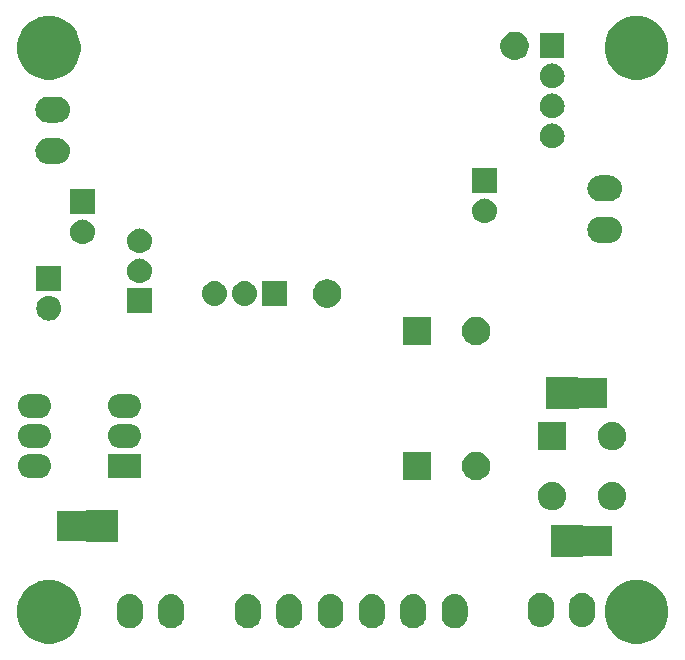
<source format=gbr>
%TF.GenerationSoftware,KiCad,Pcbnew,(5.1.2)-1*%
%TF.CreationDate,2019-05-07T13:27:01+02:00*%
%TF.ProjectId,nfc-door,6e66632d-646f-46f7-922e-6b696361645f,rev?*%
%TF.SameCoordinates,Original*%
%TF.FileFunction,Soldermask,Bot*%
%TF.FilePolarity,Negative*%
%FSLAX46Y46*%
G04 Gerber Fmt 4.6, Leading zero omitted, Abs format (unit mm)*
G04 Created by KiCad (PCBNEW (5.1.2)-1) date 2019-05-07 13:27:01*
%MOMM*%
%LPD*%
G04 APERTURE LIST*
%ADD10C,0.100000*%
G04 APERTURE END LIST*
D10*
G36*
X130527560Y-149187759D02*
G01*
X131018928Y-149391290D01*
X131018930Y-149391291D01*
X131461150Y-149686773D01*
X131837227Y-150062850D01*
X132132709Y-150505070D01*
X132132710Y-150505072D01*
X132336241Y-150996440D01*
X132440000Y-151518072D01*
X132440000Y-152049928D01*
X132336241Y-152571560D01*
X132157515Y-153003043D01*
X132132709Y-153062930D01*
X131837227Y-153505150D01*
X131461150Y-153881227D01*
X131018930Y-154176709D01*
X131018929Y-154176710D01*
X131018928Y-154176710D01*
X130527560Y-154380241D01*
X130005928Y-154484000D01*
X129474072Y-154484000D01*
X128952440Y-154380241D01*
X128461072Y-154176710D01*
X128461071Y-154176710D01*
X128461070Y-154176709D01*
X128018850Y-153881227D01*
X127642773Y-153505150D01*
X127347291Y-153062930D01*
X127322485Y-153003043D01*
X127143759Y-152571560D01*
X127040000Y-152049928D01*
X127040000Y-151518072D01*
X127143759Y-150996440D01*
X127347290Y-150505072D01*
X127347291Y-150505070D01*
X127642773Y-150062850D01*
X128018850Y-149686773D01*
X128461070Y-149391291D01*
X128461072Y-149391290D01*
X128952440Y-149187759D01*
X129474072Y-149084000D01*
X130005928Y-149084000D01*
X130527560Y-149187759D01*
X130527560Y-149187759D01*
G37*
G36*
X80777560Y-149187759D02*
G01*
X81268928Y-149391290D01*
X81268930Y-149391291D01*
X81711150Y-149686773D01*
X82087227Y-150062850D01*
X82382709Y-150505070D01*
X82382710Y-150505072D01*
X82586241Y-150996440D01*
X82690000Y-151518072D01*
X82690000Y-152049928D01*
X82586241Y-152571560D01*
X82407515Y-153003043D01*
X82382709Y-153062930D01*
X82087227Y-153505150D01*
X81711150Y-153881227D01*
X81268930Y-154176709D01*
X81268929Y-154176710D01*
X81268928Y-154176710D01*
X80777560Y-154380241D01*
X80255928Y-154484000D01*
X79724072Y-154484000D01*
X79202440Y-154380241D01*
X78711072Y-154176710D01*
X78711071Y-154176710D01*
X78711070Y-154176709D01*
X78268850Y-153881227D01*
X77892773Y-153505150D01*
X77597291Y-153062930D01*
X77572485Y-153003043D01*
X77393759Y-152571560D01*
X77290000Y-152049928D01*
X77290000Y-151518072D01*
X77393759Y-150996440D01*
X77597290Y-150505072D01*
X77597291Y-150505070D01*
X77892773Y-150062850D01*
X78268850Y-149686773D01*
X78711070Y-149391291D01*
X78711072Y-149391290D01*
X79202440Y-149187759D01*
X79724072Y-149084000D01*
X80255928Y-149084000D01*
X80777560Y-149187759D01*
X80777560Y-149187759D01*
G37*
G36*
X90555638Y-150299916D02*
G01*
X90709034Y-150346449D01*
X90762992Y-150362817D01*
X90954084Y-150464957D01*
X91121581Y-150602419D01*
X91259043Y-150769916D01*
X91361183Y-150961008D01*
X91361184Y-150961012D01*
X91424084Y-151168363D01*
X91440000Y-151329965D01*
X91440000Y-152138036D01*
X91424084Y-152299638D01*
X91395159Y-152394988D01*
X91361183Y-152506992D01*
X91259043Y-152698084D01*
X91165023Y-152812646D01*
X91121581Y-152865581D01*
X90954084Y-153003042D01*
X90954080Y-153003044D01*
X90954079Y-153003045D01*
X90762991Y-153105183D01*
X90709033Y-153121551D01*
X90555637Y-153168084D01*
X90340000Y-153189322D01*
X90124362Y-153168084D01*
X89970966Y-153121551D01*
X89917008Y-153105183D01*
X89725916Y-153003043D01*
X89589445Y-152891043D01*
X89558419Y-152865581D01*
X89420958Y-152698084D01*
X89420955Y-152698079D01*
X89318817Y-152506991D01*
X89284841Y-152394987D01*
X89255916Y-152299637D01*
X89240000Y-152138035D01*
X89240000Y-151329964D01*
X89255916Y-151168362D01*
X89289891Y-151056364D01*
X89318817Y-150961009D01*
X89420958Y-150769917D01*
X89558420Y-150602419D01*
X89725917Y-150464957D01*
X89917009Y-150362817D01*
X89970967Y-150346449D01*
X90124363Y-150299916D01*
X90340000Y-150278678D01*
X90555638Y-150299916D01*
X90555638Y-150299916D01*
G37*
G36*
X87055638Y-150299916D02*
G01*
X87209034Y-150346449D01*
X87262992Y-150362817D01*
X87454084Y-150464957D01*
X87621581Y-150602419D01*
X87759043Y-150769916D01*
X87861183Y-150961008D01*
X87861184Y-150961012D01*
X87924084Y-151168363D01*
X87940000Y-151329965D01*
X87940000Y-152138036D01*
X87924084Y-152299638D01*
X87895159Y-152394988D01*
X87861183Y-152506992D01*
X87759043Y-152698084D01*
X87665023Y-152812646D01*
X87621581Y-152865581D01*
X87454084Y-153003042D01*
X87454080Y-153003044D01*
X87454079Y-153003045D01*
X87262991Y-153105183D01*
X87209033Y-153121551D01*
X87055637Y-153168084D01*
X86840000Y-153189322D01*
X86624362Y-153168084D01*
X86470966Y-153121551D01*
X86417008Y-153105183D01*
X86225916Y-153003043D01*
X86089445Y-152891043D01*
X86058419Y-152865581D01*
X85920958Y-152698084D01*
X85920955Y-152698079D01*
X85818817Y-152506991D01*
X85784841Y-152394987D01*
X85755916Y-152299637D01*
X85740000Y-152138035D01*
X85740000Y-151329964D01*
X85755916Y-151168362D01*
X85789891Y-151056364D01*
X85818817Y-150961009D01*
X85920958Y-150769917D01*
X86058420Y-150602419D01*
X86225917Y-150464957D01*
X86417009Y-150362817D01*
X86470967Y-150346449D01*
X86624363Y-150299916D01*
X86840000Y-150278678D01*
X87055638Y-150299916D01*
X87055638Y-150299916D01*
G37*
G36*
X100555638Y-150299916D02*
G01*
X100709034Y-150346449D01*
X100762992Y-150362817D01*
X100954084Y-150464957D01*
X101121581Y-150602419D01*
X101259043Y-150769916D01*
X101361183Y-150961008D01*
X101361184Y-150961012D01*
X101424084Y-151168363D01*
X101440000Y-151329965D01*
X101440000Y-152138036D01*
X101424084Y-152299638D01*
X101395159Y-152394988D01*
X101361183Y-152506992D01*
X101259043Y-152698084D01*
X101165023Y-152812646D01*
X101121581Y-152865581D01*
X100954084Y-153003042D01*
X100954080Y-153003044D01*
X100954079Y-153003045D01*
X100762991Y-153105183D01*
X100709033Y-153121551D01*
X100555637Y-153168084D01*
X100340000Y-153189322D01*
X100124362Y-153168084D01*
X99970966Y-153121551D01*
X99917008Y-153105183D01*
X99725916Y-153003043D01*
X99589445Y-152891043D01*
X99558419Y-152865581D01*
X99420958Y-152698084D01*
X99420955Y-152698079D01*
X99318817Y-152506991D01*
X99284841Y-152394987D01*
X99255916Y-152299637D01*
X99240000Y-152138035D01*
X99240000Y-151329964D01*
X99255916Y-151168362D01*
X99289891Y-151056364D01*
X99318817Y-150961009D01*
X99420958Y-150769917D01*
X99558420Y-150602419D01*
X99725917Y-150464957D01*
X99917009Y-150362817D01*
X99970967Y-150346449D01*
X100124363Y-150299916D01*
X100340000Y-150278678D01*
X100555638Y-150299916D01*
X100555638Y-150299916D01*
G37*
G36*
X97055638Y-150299916D02*
G01*
X97209034Y-150346449D01*
X97262992Y-150362817D01*
X97454084Y-150464957D01*
X97621581Y-150602419D01*
X97759043Y-150769916D01*
X97861183Y-150961008D01*
X97861184Y-150961012D01*
X97924084Y-151168363D01*
X97940000Y-151329965D01*
X97940000Y-152138036D01*
X97924084Y-152299638D01*
X97895159Y-152394988D01*
X97861183Y-152506992D01*
X97759043Y-152698084D01*
X97665023Y-152812646D01*
X97621581Y-152865581D01*
X97454084Y-153003042D01*
X97454080Y-153003044D01*
X97454079Y-153003045D01*
X97262991Y-153105183D01*
X97209033Y-153121551D01*
X97055637Y-153168084D01*
X96840000Y-153189322D01*
X96624362Y-153168084D01*
X96470966Y-153121551D01*
X96417008Y-153105183D01*
X96225916Y-153003043D01*
X96089445Y-152891043D01*
X96058419Y-152865581D01*
X95920958Y-152698084D01*
X95920955Y-152698079D01*
X95818817Y-152506991D01*
X95784841Y-152394987D01*
X95755916Y-152299637D01*
X95740000Y-152138035D01*
X95740000Y-151329964D01*
X95755916Y-151168362D01*
X95789891Y-151056364D01*
X95818817Y-150961009D01*
X95920958Y-150769917D01*
X96058420Y-150602419D01*
X96225917Y-150464957D01*
X96417009Y-150362817D01*
X96470967Y-150346449D01*
X96624363Y-150299916D01*
X96840000Y-150278678D01*
X97055638Y-150299916D01*
X97055638Y-150299916D01*
G37*
G36*
X107555638Y-150299916D02*
G01*
X107709034Y-150346449D01*
X107762992Y-150362817D01*
X107954084Y-150464957D01*
X108121581Y-150602419D01*
X108259043Y-150769916D01*
X108361183Y-150961008D01*
X108361184Y-150961012D01*
X108424084Y-151168363D01*
X108440000Y-151329965D01*
X108440000Y-152138036D01*
X108424084Y-152299638D01*
X108395159Y-152394988D01*
X108361183Y-152506992D01*
X108259043Y-152698084D01*
X108165023Y-152812646D01*
X108121581Y-152865581D01*
X107954084Y-153003042D01*
X107954080Y-153003044D01*
X107954079Y-153003045D01*
X107762991Y-153105183D01*
X107709033Y-153121551D01*
X107555637Y-153168084D01*
X107340000Y-153189322D01*
X107124362Y-153168084D01*
X106970966Y-153121551D01*
X106917008Y-153105183D01*
X106725916Y-153003043D01*
X106589445Y-152891043D01*
X106558419Y-152865581D01*
X106420958Y-152698084D01*
X106420955Y-152698079D01*
X106318817Y-152506991D01*
X106284841Y-152394987D01*
X106255916Y-152299637D01*
X106240000Y-152138035D01*
X106240000Y-151329964D01*
X106255916Y-151168362D01*
X106289891Y-151056364D01*
X106318817Y-150961009D01*
X106420958Y-150769917D01*
X106558420Y-150602419D01*
X106725917Y-150464957D01*
X106917009Y-150362817D01*
X106970967Y-150346449D01*
X107124363Y-150299916D01*
X107340000Y-150278678D01*
X107555638Y-150299916D01*
X107555638Y-150299916D01*
G37*
G36*
X104055638Y-150299916D02*
G01*
X104209034Y-150346449D01*
X104262992Y-150362817D01*
X104454084Y-150464957D01*
X104621581Y-150602419D01*
X104759043Y-150769916D01*
X104861183Y-150961008D01*
X104861184Y-150961012D01*
X104924084Y-151168363D01*
X104940000Y-151329965D01*
X104940000Y-152138036D01*
X104924084Y-152299638D01*
X104895159Y-152394988D01*
X104861183Y-152506992D01*
X104759043Y-152698084D01*
X104665023Y-152812646D01*
X104621581Y-152865581D01*
X104454084Y-153003042D01*
X104454080Y-153003044D01*
X104454079Y-153003045D01*
X104262991Y-153105183D01*
X104209033Y-153121551D01*
X104055637Y-153168084D01*
X103840000Y-153189322D01*
X103624362Y-153168084D01*
X103470966Y-153121551D01*
X103417008Y-153105183D01*
X103225916Y-153003043D01*
X103089445Y-152891043D01*
X103058419Y-152865581D01*
X102920958Y-152698084D01*
X102920955Y-152698079D01*
X102818817Y-152506991D01*
X102784841Y-152394987D01*
X102755916Y-152299637D01*
X102740000Y-152138035D01*
X102740000Y-151329964D01*
X102755916Y-151168362D01*
X102789891Y-151056364D01*
X102818817Y-150961009D01*
X102920958Y-150769917D01*
X103058420Y-150602419D01*
X103225917Y-150464957D01*
X103417009Y-150362817D01*
X103470967Y-150346449D01*
X103624363Y-150299916D01*
X103840000Y-150278678D01*
X104055638Y-150299916D01*
X104055638Y-150299916D01*
G37*
G36*
X111055638Y-150299916D02*
G01*
X111209034Y-150346449D01*
X111262992Y-150362817D01*
X111454084Y-150464957D01*
X111621581Y-150602419D01*
X111759043Y-150769916D01*
X111861183Y-150961008D01*
X111861184Y-150961012D01*
X111924084Y-151168363D01*
X111940000Y-151329965D01*
X111940000Y-152138036D01*
X111924084Y-152299638D01*
X111895159Y-152394988D01*
X111861183Y-152506992D01*
X111759043Y-152698084D01*
X111665023Y-152812646D01*
X111621581Y-152865581D01*
X111454084Y-153003042D01*
X111454080Y-153003044D01*
X111454079Y-153003045D01*
X111262991Y-153105183D01*
X111209033Y-153121551D01*
X111055637Y-153168084D01*
X110840000Y-153189322D01*
X110624362Y-153168084D01*
X110470966Y-153121551D01*
X110417008Y-153105183D01*
X110225916Y-153003043D01*
X110089445Y-152891043D01*
X110058419Y-152865581D01*
X109920958Y-152698084D01*
X109920955Y-152698079D01*
X109818817Y-152506991D01*
X109784841Y-152394987D01*
X109755916Y-152299637D01*
X109740000Y-152138035D01*
X109740000Y-151329964D01*
X109755916Y-151168362D01*
X109789891Y-151056364D01*
X109818817Y-150961009D01*
X109920958Y-150769917D01*
X110058420Y-150602419D01*
X110225917Y-150464957D01*
X110417009Y-150362817D01*
X110470967Y-150346449D01*
X110624363Y-150299916D01*
X110840000Y-150278678D01*
X111055638Y-150299916D01*
X111055638Y-150299916D01*
G37*
G36*
X114555638Y-150299916D02*
G01*
X114709034Y-150346449D01*
X114762992Y-150362817D01*
X114954084Y-150464957D01*
X115121581Y-150602419D01*
X115259043Y-150769916D01*
X115361183Y-150961008D01*
X115361184Y-150961012D01*
X115424084Y-151168363D01*
X115440000Y-151329965D01*
X115440000Y-152138036D01*
X115424084Y-152299638D01*
X115395159Y-152394988D01*
X115361183Y-152506992D01*
X115259043Y-152698084D01*
X115165023Y-152812646D01*
X115121581Y-152865581D01*
X114954084Y-153003042D01*
X114954080Y-153003044D01*
X114954079Y-153003045D01*
X114762991Y-153105183D01*
X114709033Y-153121551D01*
X114555637Y-153168084D01*
X114340000Y-153189322D01*
X114124362Y-153168084D01*
X113970966Y-153121551D01*
X113917008Y-153105183D01*
X113725916Y-153003043D01*
X113589445Y-152891043D01*
X113558419Y-152865581D01*
X113420958Y-152698084D01*
X113420955Y-152698079D01*
X113318817Y-152506991D01*
X113284841Y-152394987D01*
X113255916Y-152299637D01*
X113240000Y-152138035D01*
X113240000Y-151329964D01*
X113255916Y-151168362D01*
X113289891Y-151056364D01*
X113318817Y-150961009D01*
X113420958Y-150769917D01*
X113558420Y-150602419D01*
X113725917Y-150464957D01*
X113917009Y-150362817D01*
X113970967Y-150346449D01*
X114124363Y-150299916D01*
X114340000Y-150278678D01*
X114555638Y-150299916D01*
X114555638Y-150299916D01*
G37*
G36*
X125355638Y-150187916D02*
G01*
X125509034Y-150234449D01*
X125562992Y-150250817D01*
X125754084Y-150352957D01*
X125921581Y-150490419D01*
X126059043Y-150657916D01*
X126161183Y-150849008D01*
X126161184Y-150849012D01*
X126224084Y-151056363D01*
X126240000Y-151217965D01*
X126240000Y-152026036D01*
X126224084Y-152187638D01*
X126177551Y-152341034D01*
X126161183Y-152394992D01*
X126059043Y-152586084D01*
X125967130Y-152698079D01*
X125921581Y-152753581D01*
X125754084Y-152891042D01*
X125754080Y-152891044D01*
X125754079Y-152891045D01*
X125562991Y-152993183D01*
X125530490Y-153003042D01*
X125355637Y-153056084D01*
X125140000Y-153077322D01*
X124924362Y-153056084D01*
X124749509Y-153003042D01*
X124717008Y-152993183D01*
X124525916Y-152891043D01*
X124411354Y-152797023D01*
X124358419Y-152753581D01*
X124220958Y-152586084D01*
X124213195Y-152571561D01*
X124118817Y-152394991D01*
X124089892Y-152299638D01*
X124055916Y-152187637D01*
X124040000Y-152026035D01*
X124040000Y-151217964D01*
X124055916Y-151056362D01*
X124084842Y-150961008D01*
X124118817Y-150849009D01*
X124220958Y-150657917D01*
X124358420Y-150490419D01*
X124525917Y-150352957D01*
X124717009Y-150250817D01*
X124770967Y-150234449D01*
X124924363Y-150187916D01*
X125140000Y-150166678D01*
X125355638Y-150187916D01*
X125355638Y-150187916D01*
G37*
G36*
X121855638Y-150187916D02*
G01*
X122009034Y-150234449D01*
X122062992Y-150250817D01*
X122254084Y-150352957D01*
X122421581Y-150490419D01*
X122559043Y-150657916D01*
X122661183Y-150849008D01*
X122661184Y-150849012D01*
X122724084Y-151056363D01*
X122740000Y-151217965D01*
X122740000Y-152026036D01*
X122724084Y-152187638D01*
X122677551Y-152341034D01*
X122661183Y-152394992D01*
X122559043Y-152586084D01*
X122467130Y-152698079D01*
X122421581Y-152753581D01*
X122254084Y-152891042D01*
X122254080Y-152891044D01*
X122254079Y-152891045D01*
X122062991Y-152993183D01*
X122030490Y-153003042D01*
X121855637Y-153056084D01*
X121640000Y-153077322D01*
X121424362Y-153056084D01*
X121249509Y-153003042D01*
X121217008Y-152993183D01*
X121025916Y-152891043D01*
X120911354Y-152797023D01*
X120858419Y-152753581D01*
X120720958Y-152586084D01*
X120713195Y-152571561D01*
X120618817Y-152394991D01*
X120589892Y-152299638D01*
X120555916Y-152187637D01*
X120540000Y-152026035D01*
X120540000Y-151217964D01*
X120555916Y-151056362D01*
X120584842Y-150961008D01*
X120618817Y-150849009D01*
X120720958Y-150657917D01*
X120858420Y-150490419D01*
X121025917Y-150352957D01*
X121217009Y-150250817D01*
X121270967Y-150234449D01*
X121424363Y-150187916D01*
X121640000Y-150166678D01*
X121855638Y-150187916D01*
X121855638Y-150187916D01*
G37*
G36*
X125234066Y-144444947D02*
G01*
X125249611Y-144463889D01*
X125268553Y-144479434D01*
X125290164Y-144490985D01*
X125313613Y-144498098D01*
X125337999Y-144500500D01*
X127689500Y-144500500D01*
X127689500Y-147059500D01*
X125337999Y-147059500D01*
X125313613Y-147061902D01*
X125290164Y-147069015D01*
X125268553Y-147080566D01*
X125249611Y-147096111D01*
X125234066Y-147115053D01*
X125229818Y-147123000D01*
X122527000Y-147123000D01*
X122527000Y-144437000D01*
X125229818Y-144437000D01*
X125234066Y-144444947D01*
X125234066Y-144444947D01*
G37*
G36*
X85843000Y-145853000D02*
G01*
X83140182Y-145853000D01*
X83135934Y-145845053D01*
X83120389Y-145826111D01*
X83101447Y-145810566D01*
X83079836Y-145799015D01*
X83056387Y-145791902D01*
X83032001Y-145789500D01*
X80680500Y-145789500D01*
X80680500Y-143230500D01*
X83032001Y-143230500D01*
X83056387Y-143228098D01*
X83079836Y-143220985D01*
X83101447Y-143209434D01*
X83120389Y-143193889D01*
X83135934Y-143174947D01*
X83140182Y-143167000D01*
X85843000Y-143167000D01*
X85843000Y-145853000D01*
X85843000Y-145853000D01*
G37*
G36*
X127797714Y-140775788D02*
G01*
X127915241Y-140787363D01*
X128141442Y-140855981D01*
X128141445Y-140855982D01*
X128349910Y-140967408D01*
X128532634Y-141117366D01*
X128682592Y-141300090D01*
X128794018Y-141508555D01*
X128794019Y-141508558D01*
X128862637Y-141734759D01*
X128885806Y-141970000D01*
X128862637Y-142205241D01*
X128794019Y-142431442D01*
X128794018Y-142431445D01*
X128682592Y-142639910D01*
X128532634Y-142822634D01*
X128349910Y-142972592D01*
X128141445Y-143084018D01*
X128141442Y-143084019D01*
X127915241Y-143152637D01*
X127797714Y-143164212D01*
X127738951Y-143170000D01*
X127621049Y-143170000D01*
X127562286Y-143164212D01*
X127444759Y-143152637D01*
X127218558Y-143084019D01*
X127218555Y-143084018D01*
X127010090Y-142972592D01*
X126827366Y-142822634D01*
X126677408Y-142639910D01*
X126565982Y-142431445D01*
X126565981Y-142431442D01*
X126497363Y-142205241D01*
X126474194Y-141970000D01*
X126497363Y-141734759D01*
X126565981Y-141508558D01*
X126565982Y-141508555D01*
X126677408Y-141300090D01*
X126827366Y-141117366D01*
X127010090Y-140967408D01*
X127218555Y-140855982D01*
X127218558Y-140855981D01*
X127444759Y-140787363D01*
X127562286Y-140775788D01*
X127621049Y-140770000D01*
X127738951Y-140770000D01*
X127797714Y-140775788D01*
X127797714Y-140775788D01*
G37*
G36*
X122717714Y-140775788D02*
G01*
X122835241Y-140787363D01*
X123061442Y-140855981D01*
X123061445Y-140855982D01*
X123269910Y-140967408D01*
X123452634Y-141117366D01*
X123602592Y-141300090D01*
X123714018Y-141508555D01*
X123714019Y-141508558D01*
X123782637Y-141734759D01*
X123805806Y-141970000D01*
X123782637Y-142205241D01*
X123714019Y-142431442D01*
X123714018Y-142431445D01*
X123602592Y-142639910D01*
X123452634Y-142822634D01*
X123269910Y-142972592D01*
X123061445Y-143084018D01*
X123061442Y-143084019D01*
X122835241Y-143152637D01*
X122717714Y-143164212D01*
X122658951Y-143170000D01*
X122541049Y-143170000D01*
X122482286Y-143164212D01*
X122364759Y-143152637D01*
X122138558Y-143084019D01*
X122138555Y-143084018D01*
X121930090Y-142972592D01*
X121747366Y-142822634D01*
X121597408Y-142639910D01*
X121485982Y-142431445D01*
X121485981Y-142431442D01*
X121417363Y-142205241D01*
X121394194Y-141970000D01*
X121417363Y-141734759D01*
X121485981Y-141508558D01*
X121485982Y-141508555D01*
X121597408Y-141300090D01*
X121747366Y-141117366D01*
X121930090Y-140967408D01*
X122138555Y-140855982D01*
X122138558Y-140855981D01*
X122364759Y-140787363D01*
X122482286Y-140775788D01*
X122541049Y-140770000D01*
X122658951Y-140770000D01*
X122717714Y-140775788D01*
X122717714Y-140775788D01*
G37*
G36*
X112370000Y-140630000D02*
G01*
X109970000Y-140630000D01*
X109970000Y-138230000D01*
X112370000Y-138230000D01*
X112370000Y-140630000D01*
X112370000Y-140630000D01*
G37*
G36*
X116520026Y-138276115D02*
G01*
X116738411Y-138366573D01*
X116738413Y-138366574D01*
X116833337Y-138430000D01*
X116934955Y-138497899D01*
X117102101Y-138665045D01*
X117233427Y-138861589D01*
X117323885Y-139079974D01*
X117370000Y-139311809D01*
X117370000Y-139548191D01*
X117323885Y-139780026D01*
X117233427Y-139998411D01*
X117233426Y-139998413D01*
X117102101Y-140194955D01*
X116934955Y-140362101D01*
X116738413Y-140493426D01*
X116738412Y-140493427D01*
X116738411Y-140493427D01*
X116520026Y-140583885D01*
X116288191Y-140630000D01*
X116051809Y-140630000D01*
X115819974Y-140583885D01*
X115601589Y-140493427D01*
X115601588Y-140493427D01*
X115601587Y-140493426D01*
X115405045Y-140362101D01*
X115237899Y-140194955D01*
X115106574Y-139998413D01*
X115106573Y-139998411D01*
X115016115Y-139780026D01*
X114970000Y-139548191D01*
X114970000Y-139311809D01*
X115016115Y-139079974D01*
X115106573Y-138861589D01*
X115237899Y-138665045D01*
X115405045Y-138497899D01*
X115506663Y-138430000D01*
X115601587Y-138366574D01*
X115601589Y-138366573D01*
X115819974Y-138276115D01*
X116051809Y-138230000D01*
X116288191Y-138230000D01*
X116520026Y-138276115D01*
X116520026Y-138276115D01*
G37*
G36*
X87805000Y-140430000D02*
G01*
X85005000Y-140430000D01*
X85005000Y-138430000D01*
X87805000Y-138430000D01*
X87805000Y-140430000D01*
X87805000Y-140430000D01*
G37*
G36*
X79381032Y-138444469D02*
G01*
X79475285Y-138473061D01*
X79569535Y-138501651D01*
X79569537Y-138501652D01*
X79743258Y-138594507D01*
X79895528Y-138719472D01*
X80020493Y-138871742D01*
X80113348Y-139045463D01*
X80170531Y-139233968D01*
X80189838Y-139430000D01*
X80170531Y-139626032D01*
X80113348Y-139814537D01*
X80020493Y-139988258D01*
X79895528Y-140140528D01*
X79743258Y-140265493D01*
X79569537Y-140358348D01*
X79569535Y-140358349D01*
X79475285Y-140386939D01*
X79381032Y-140415531D01*
X79234124Y-140430000D01*
X78335876Y-140430000D01*
X78188968Y-140415531D01*
X78094716Y-140386940D01*
X78000465Y-140358349D01*
X78000463Y-140358348D01*
X77826742Y-140265493D01*
X77674472Y-140140528D01*
X77549507Y-139988258D01*
X77456652Y-139814537D01*
X77399469Y-139626032D01*
X77380162Y-139430000D01*
X77399469Y-139233968D01*
X77456652Y-139045463D01*
X77549507Y-138871742D01*
X77674472Y-138719472D01*
X77826742Y-138594507D01*
X78000463Y-138501652D01*
X78000465Y-138501651D01*
X78094715Y-138473061D01*
X78188968Y-138444469D01*
X78335876Y-138430000D01*
X79234124Y-138430000D01*
X79381032Y-138444469D01*
X79381032Y-138444469D01*
G37*
G36*
X123800000Y-138090000D02*
G01*
X121400000Y-138090000D01*
X121400000Y-135690000D01*
X123800000Y-135690000D01*
X123800000Y-138090000D01*
X123800000Y-138090000D01*
G37*
G36*
X127797714Y-135695788D02*
G01*
X127915241Y-135707363D01*
X128141442Y-135775981D01*
X128141445Y-135775982D01*
X128349910Y-135887408D01*
X128532634Y-136037366D01*
X128682592Y-136220090D01*
X128794018Y-136428555D01*
X128794019Y-136428558D01*
X128862637Y-136654759D01*
X128885806Y-136890000D01*
X128862637Y-137125241D01*
X128817348Y-137274537D01*
X128794018Y-137351445D01*
X128682592Y-137559910D01*
X128532634Y-137742634D01*
X128349910Y-137892592D01*
X128141445Y-138004018D01*
X128141442Y-138004019D01*
X127915241Y-138072637D01*
X127797714Y-138084212D01*
X127738951Y-138090000D01*
X127621049Y-138090000D01*
X127562286Y-138084212D01*
X127444759Y-138072637D01*
X127218558Y-138004019D01*
X127218555Y-138004018D01*
X127010090Y-137892592D01*
X126827366Y-137742634D01*
X126677408Y-137559910D01*
X126565982Y-137351445D01*
X126542652Y-137274537D01*
X126497363Y-137125241D01*
X126474194Y-136890000D01*
X126497363Y-136654759D01*
X126565981Y-136428558D01*
X126565982Y-136428555D01*
X126677408Y-136220090D01*
X126827366Y-136037366D01*
X127010090Y-135887408D01*
X127218555Y-135775982D01*
X127218558Y-135775981D01*
X127444759Y-135707363D01*
X127562286Y-135695788D01*
X127621049Y-135690000D01*
X127738951Y-135690000D01*
X127797714Y-135695788D01*
X127797714Y-135695788D01*
G37*
G36*
X87001032Y-135904469D02*
G01*
X87095285Y-135933061D01*
X87189535Y-135961651D01*
X87189537Y-135961652D01*
X87363258Y-136054507D01*
X87515528Y-136179472D01*
X87640493Y-136331742D01*
X87733348Y-136505463D01*
X87790531Y-136693968D01*
X87809838Y-136890000D01*
X87790531Y-137086032D01*
X87733348Y-137274537D01*
X87640493Y-137448258D01*
X87515528Y-137600528D01*
X87363258Y-137725493D01*
X87189537Y-137818348D01*
X87189535Y-137818349D01*
X87095284Y-137846940D01*
X87001032Y-137875531D01*
X86854124Y-137890000D01*
X85955876Y-137890000D01*
X85808968Y-137875531D01*
X85714716Y-137846940D01*
X85620465Y-137818349D01*
X85620463Y-137818348D01*
X85446742Y-137725493D01*
X85294472Y-137600528D01*
X85169507Y-137448258D01*
X85076652Y-137274537D01*
X85019469Y-137086032D01*
X85000162Y-136890000D01*
X85019469Y-136693968D01*
X85076652Y-136505463D01*
X85169507Y-136331742D01*
X85294472Y-136179472D01*
X85446742Y-136054507D01*
X85620463Y-135961652D01*
X85620465Y-135961651D01*
X85714715Y-135933061D01*
X85808968Y-135904469D01*
X85955876Y-135890000D01*
X86854124Y-135890000D01*
X87001032Y-135904469D01*
X87001032Y-135904469D01*
G37*
G36*
X79381032Y-135904469D02*
G01*
X79475285Y-135933061D01*
X79569535Y-135961651D01*
X79569537Y-135961652D01*
X79743258Y-136054507D01*
X79895528Y-136179472D01*
X80020493Y-136331742D01*
X80113348Y-136505463D01*
X80170531Y-136693968D01*
X80189838Y-136890000D01*
X80170531Y-137086032D01*
X80113348Y-137274537D01*
X80020493Y-137448258D01*
X79895528Y-137600528D01*
X79743258Y-137725493D01*
X79569537Y-137818348D01*
X79569535Y-137818349D01*
X79475284Y-137846940D01*
X79381032Y-137875531D01*
X79234124Y-137890000D01*
X78335876Y-137890000D01*
X78188968Y-137875531D01*
X78094716Y-137846940D01*
X78000465Y-137818349D01*
X78000463Y-137818348D01*
X77826742Y-137725493D01*
X77674472Y-137600528D01*
X77549507Y-137448258D01*
X77456652Y-137274537D01*
X77399469Y-137086032D01*
X77380162Y-136890000D01*
X77399469Y-136693968D01*
X77456652Y-136505463D01*
X77549507Y-136331742D01*
X77674472Y-136179472D01*
X77826742Y-136054507D01*
X78000463Y-135961652D01*
X78000465Y-135961651D01*
X78094715Y-135933061D01*
X78188968Y-135904469D01*
X78335876Y-135890000D01*
X79234124Y-135890000D01*
X79381032Y-135904469D01*
X79381032Y-135904469D01*
G37*
G36*
X87001032Y-133364469D02*
G01*
X87095284Y-133393060D01*
X87189535Y-133421651D01*
X87189537Y-133421652D01*
X87363258Y-133514507D01*
X87515528Y-133639472D01*
X87640493Y-133791742D01*
X87733348Y-133965463D01*
X87790531Y-134153968D01*
X87809838Y-134350000D01*
X87790531Y-134546032D01*
X87733348Y-134734537D01*
X87640493Y-134908258D01*
X87515528Y-135060528D01*
X87363258Y-135185493D01*
X87189537Y-135278348D01*
X87189535Y-135278349D01*
X87095285Y-135306939D01*
X87001032Y-135335531D01*
X86854124Y-135350000D01*
X85955876Y-135350000D01*
X85808968Y-135335531D01*
X85714715Y-135306939D01*
X85620465Y-135278349D01*
X85620463Y-135278348D01*
X85446742Y-135185493D01*
X85294472Y-135060528D01*
X85169507Y-134908258D01*
X85076652Y-134734537D01*
X85019469Y-134546032D01*
X85000162Y-134350000D01*
X85019469Y-134153968D01*
X85076652Y-133965463D01*
X85169507Y-133791742D01*
X85294472Y-133639472D01*
X85446742Y-133514507D01*
X85620463Y-133421652D01*
X85620465Y-133421651D01*
X85714716Y-133393060D01*
X85808968Y-133364469D01*
X85955876Y-133350000D01*
X86854124Y-133350000D01*
X87001032Y-133364469D01*
X87001032Y-133364469D01*
G37*
G36*
X79381032Y-133364469D02*
G01*
X79475284Y-133393060D01*
X79569535Y-133421651D01*
X79569537Y-133421652D01*
X79743258Y-133514507D01*
X79895528Y-133639472D01*
X80020493Y-133791742D01*
X80113348Y-133965463D01*
X80170531Y-134153968D01*
X80189838Y-134350000D01*
X80170531Y-134546032D01*
X80113348Y-134734537D01*
X80020493Y-134908258D01*
X79895528Y-135060528D01*
X79743258Y-135185493D01*
X79569537Y-135278348D01*
X79569535Y-135278349D01*
X79475285Y-135306939D01*
X79381032Y-135335531D01*
X79234124Y-135350000D01*
X78335876Y-135350000D01*
X78188968Y-135335531D01*
X78094715Y-135306939D01*
X78000465Y-135278349D01*
X78000463Y-135278348D01*
X77826742Y-135185493D01*
X77674472Y-135060528D01*
X77549507Y-134908258D01*
X77456652Y-134734537D01*
X77399469Y-134546032D01*
X77380162Y-134350000D01*
X77399469Y-134153968D01*
X77456652Y-133965463D01*
X77549507Y-133791742D01*
X77674472Y-133639472D01*
X77826742Y-133514507D01*
X78000463Y-133421652D01*
X78000465Y-133421651D01*
X78094716Y-133393060D01*
X78188968Y-133364469D01*
X78335876Y-133350000D01*
X79234124Y-133350000D01*
X79381032Y-133364469D01*
X79381032Y-133364469D01*
G37*
G36*
X124814066Y-131948947D02*
G01*
X124829611Y-131967889D01*
X124848553Y-131983434D01*
X124870164Y-131994985D01*
X124893613Y-132002098D01*
X124917999Y-132004500D01*
X127269500Y-132004500D01*
X127269500Y-134563500D01*
X124917999Y-134563500D01*
X124893613Y-134565902D01*
X124870164Y-134573015D01*
X124848553Y-134584566D01*
X124829611Y-134600111D01*
X124814066Y-134619053D01*
X124809818Y-134627000D01*
X122107000Y-134627000D01*
X122107000Y-131941000D01*
X124809818Y-131941000D01*
X124814066Y-131948947D01*
X124814066Y-131948947D01*
G37*
G36*
X112370000Y-129200000D02*
G01*
X109970000Y-129200000D01*
X109970000Y-126800000D01*
X112370000Y-126800000D01*
X112370000Y-129200000D01*
X112370000Y-129200000D01*
G37*
G36*
X116520026Y-126846115D02*
G01*
X116738411Y-126936573D01*
X116738413Y-126936574D01*
X116760404Y-126951268D01*
X116934955Y-127067899D01*
X117102101Y-127235045D01*
X117233427Y-127431589D01*
X117323885Y-127649974D01*
X117370000Y-127881809D01*
X117370000Y-128118191D01*
X117323885Y-128350026D01*
X117233427Y-128568411D01*
X117233426Y-128568413D01*
X117102101Y-128764955D01*
X116934955Y-128932101D01*
X116738413Y-129063426D01*
X116738412Y-129063427D01*
X116738411Y-129063427D01*
X116520026Y-129153885D01*
X116288191Y-129200000D01*
X116051809Y-129200000D01*
X115819974Y-129153885D01*
X115601589Y-129063427D01*
X115601588Y-129063427D01*
X115601587Y-129063426D01*
X115405045Y-128932101D01*
X115237899Y-128764955D01*
X115106574Y-128568413D01*
X115106573Y-128568411D01*
X115016115Y-128350026D01*
X114970000Y-128118191D01*
X114970000Y-127881809D01*
X115016115Y-127649974D01*
X115106573Y-127431589D01*
X115237899Y-127235045D01*
X115405045Y-127067899D01*
X115579596Y-126951268D01*
X115601587Y-126936574D01*
X115601589Y-126936573D01*
X115819974Y-126846115D01*
X116051809Y-126800000D01*
X116288191Y-126800000D01*
X116520026Y-126846115D01*
X116520026Y-126846115D01*
G37*
G36*
X80118707Y-125031596D02*
G01*
X80195836Y-125039193D01*
X80393762Y-125099233D01*
X80393765Y-125099234D01*
X80576170Y-125196732D01*
X80736055Y-125327945D01*
X80867268Y-125487830D01*
X80964766Y-125670235D01*
X80964767Y-125670238D01*
X81024807Y-125868164D01*
X81045080Y-126074000D01*
X81024807Y-126279836D01*
X80964767Y-126477762D01*
X80964766Y-126477765D01*
X80867268Y-126660170D01*
X80736055Y-126820055D01*
X80576170Y-126951268D01*
X80393765Y-127048766D01*
X80393762Y-127048767D01*
X80195836Y-127108807D01*
X80118707Y-127116404D01*
X80041580Y-127124000D01*
X79938420Y-127124000D01*
X79861293Y-127116404D01*
X79784164Y-127108807D01*
X79586238Y-127048767D01*
X79586235Y-127048766D01*
X79403830Y-126951268D01*
X79243945Y-126820055D01*
X79112732Y-126660170D01*
X79015234Y-126477765D01*
X79015233Y-126477762D01*
X78955193Y-126279836D01*
X78934920Y-126074000D01*
X78955193Y-125868164D01*
X79015233Y-125670238D01*
X79015234Y-125670235D01*
X79112732Y-125487830D01*
X79243945Y-125327945D01*
X79403830Y-125196732D01*
X79586235Y-125099234D01*
X79586238Y-125099233D01*
X79784164Y-125039193D01*
X79861293Y-125031596D01*
X79938420Y-125024000D01*
X80041580Y-125024000D01*
X80118707Y-125031596D01*
X80118707Y-125031596D01*
G37*
G36*
X88725000Y-126510000D02*
G01*
X86625000Y-126510000D01*
X86625000Y-124410000D01*
X88725000Y-124410000D01*
X88725000Y-126510000D01*
X88725000Y-126510000D01*
G37*
G36*
X103899877Y-123671605D02*
G01*
X104118170Y-123762025D01*
X104118172Y-123762026D01*
X104314630Y-123893295D01*
X104481705Y-124060370D01*
X104612975Y-124256830D01*
X104703395Y-124475123D01*
X104749490Y-124706859D01*
X104749490Y-124943141D01*
X104703395Y-125174877D01*
X104612975Y-125393170D01*
X104612974Y-125393172D01*
X104481705Y-125589630D01*
X104314630Y-125756705D01*
X104118172Y-125887974D01*
X104118171Y-125887975D01*
X104118170Y-125887975D01*
X103899877Y-125978395D01*
X103668141Y-126024490D01*
X103431859Y-126024490D01*
X103200123Y-125978395D01*
X102981830Y-125887975D01*
X102981829Y-125887975D01*
X102981828Y-125887974D01*
X102785370Y-125756705D01*
X102618295Y-125589630D01*
X102487026Y-125393172D01*
X102487025Y-125393170D01*
X102396605Y-125174877D01*
X102350510Y-124943141D01*
X102350510Y-124706859D01*
X102396605Y-124475123D01*
X102487025Y-124256830D01*
X102618295Y-124060370D01*
X102785370Y-123893295D01*
X102981828Y-123762026D01*
X102981830Y-123762025D01*
X103200123Y-123671605D01*
X103431859Y-123625510D01*
X103668141Y-123625510D01*
X103899877Y-123671605D01*
X103899877Y-123671605D01*
G37*
G36*
X94153707Y-123782597D02*
G01*
X94230836Y-123790193D01*
X94428762Y-123850233D01*
X94428765Y-123850234D01*
X94611170Y-123947732D01*
X94771055Y-124078945D01*
X94902268Y-124238830D01*
X94999766Y-124421235D01*
X94999767Y-124421238D01*
X95059807Y-124619164D01*
X95080080Y-124825000D01*
X95059807Y-125030836D01*
X95016113Y-125174877D01*
X94999766Y-125228765D01*
X94902268Y-125411170D01*
X94771055Y-125571055D01*
X94611170Y-125702268D01*
X94428765Y-125799766D01*
X94428762Y-125799767D01*
X94230836Y-125859807D01*
X94153707Y-125867404D01*
X94076580Y-125875000D01*
X93973420Y-125875000D01*
X93896293Y-125867404D01*
X93819164Y-125859807D01*
X93621238Y-125799767D01*
X93621235Y-125799766D01*
X93438830Y-125702268D01*
X93278945Y-125571055D01*
X93147732Y-125411170D01*
X93050234Y-125228765D01*
X93033887Y-125174877D01*
X92990193Y-125030836D01*
X92969920Y-124825000D01*
X92990193Y-124619164D01*
X93050233Y-124421238D01*
X93050234Y-124421235D01*
X93147732Y-124238830D01*
X93278945Y-124078945D01*
X93438830Y-123947732D01*
X93621235Y-123850234D01*
X93621238Y-123850233D01*
X93819164Y-123790193D01*
X93896293Y-123782597D01*
X93973420Y-123775000D01*
X94076580Y-123775000D01*
X94153707Y-123782597D01*
X94153707Y-123782597D01*
G37*
G36*
X96693707Y-123782597D02*
G01*
X96770836Y-123790193D01*
X96968762Y-123850233D01*
X96968765Y-123850234D01*
X97151170Y-123947732D01*
X97311055Y-124078945D01*
X97442268Y-124238830D01*
X97539766Y-124421235D01*
X97539767Y-124421238D01*
X97599807Y-124619164D01*
X97620080Y-124825000D01*
X97599807Y-125030836D01*
X97556113Y-125174877D01*
X97539766Y-125228765D01*
X97442268Y-125411170D01*
X97311055Y-125571055D01*
X97151170Y-125702268D01*
X96968765Y-125799766D01*
X96968762Y-125799767D01*
X96770836Y-125859807D01*
X96693707Y-125867404D01*
X96616580Y-125875000D01*
X96513420Y-125875000D01*
X96436293Y-125867404D01*
X96359164Y-125859807D01*
X96161238Y-125799767D01*
X96161235Y-125799766D01*
X95978830Y-125702268D01*
X95818945Y-125571055D01*
X95687732Y-125411170D01*
X95590234Y-125228765D01*
X95573887Y-125174877D01*
X95530193Y-125030836D01*
X95509920Y-124825000D01*
X95530193Y-124619164D01*
X95590233Y-124421238D01*
X95590234Y-124421235D01*
X95687732Y-124238830D01*
X95818945Y-124078945D01*
X95978830Y-123947732D01*
X96161235Y-123850234D01*
X96161238Y-123850233D01*
X96359164Y-123790193D01*
X96436293Y-123782597D01*
X96513420Y-123775000D01*
X96616580Y-123775000D01*
X96693707Y-123782597D01*
X96693707Y-123782597D01*
G37*
G36*
X100155000Y-125875000D02*
G01*
X98055000Y-125875000D01*
X98055000Y-123775000D01*
X100155000Y-123775000D01*
X100155000Y-125875000D01*
X100155000Y-125875000D01*
G37*
G36*
X81040000Y-124584000D02*
G01*
X78940000Y-124584000D01*
X78940000Y-122484000D01*
X81040000Y-122484000D01*
X81040000Y-124584000D01*
X81040000Y-124584000D01*
G37*
G36*
X87803707Y-121877597D02*
G01*
X87880836Y-121885193D01*
X88078762Y-121945233D01*
X88078765Y-121945234D01*
X88261170Y-122042732D01*
X88421055Y-122173945D01*
X88552268Y-122333830D01*
X88649766Y-122516235D01*
X88649767Y-122516238D01*
X88709807Y-122714164D01*
X88730080Y-122920000D01*
X88709807Y-123125836D01*
X88649767Y-123323762D01*
X88649766Y-123323765D01*
X88552268Y-123506170D01*
X88421055Y-123666055D01*
X88261170Y-123797268D01*
X88078765Y-123894766D01*
X88078762Y-123894767D01*
X87880836Y-123954807D01*
X87803707Y-123962403D01*
X87726580Y-123970000D01*
X87623420Y-123970000D01*
X87546293Y-123962403D01*
X87469164Y-123954807D01*
X87271238Y-123894767D01*
X87271235Y-123894766D01*
X87088830Y-123797268D01*
X86928945Y-123666055D01*
X86797732Y-123506170D01*
X86700234Y-123323765D01*
X86700233Y-123323762D01*
X86640193Y-123125836D01*
X86619920Y-122920000D01*
X86640193Y-122714164D01*
X86700233Y-122516238D01*
X86700234Y-122516235D01*
X86797732Y-122333830D01*
X86928945Y-122173945D01*
X87088830Y-122042732D01*
X87271235Y-121945234D01*
X87271238Y-121945233D01*
X87469164Y-121885193D01*
X87546293Y-121877597D01*
X87623420Y-121870000D01*
X87726580Y-121870000D01*
X87803707Y-121877597D01*
X87803707Y-121877597D01*
G37*
G36*
X87803707Y-119337596D02*
G01*
X87880836Y-119345193D01*
X88078762Y-119405233D01*
X88078765Y-119405234D01*
X88261170Y-119502732D01*
X88421055Y-119633945D01*
X88552268Y-119793830D01*
X88649766Y-119976235D01*
X88649767Y-119976238D01*
X88709807Y-120174164D01*
X88730080Y-120380000D01*
X88709807Y-120585836D01*
X88684883Y-120668000D01*
X88649766Y-120783765D01*
X88552268Y-120966170D01*
X88421055Y-121126055D01*
X88261170Y-121257268D01*
X88078765Y-121354766D01*
X88078762Y-121354767D01*
X87880836Y-121414807D01*
X87803707Y-121422403D01*
X87726580Y-121430000D01*
X87623420Y-121430000D01*
X87546293Y-121422403D01*
X87469164Y-121414807D01*
X87271238Y-121354767D01*
X87271235Y-121354766D01*
X87088830Y-121257268D01*
X86928945Y-121126055D01*
X86797732Y-120966170D01*
X86700234Y-120783765D01*
X86665117Y-120668000D01*
X86640193Y-120585836D01*
X86619920Y-120380000D01*
X86640193Y-120174164D01*
X86700233Y-119976238D01*
X86700234Y-119976235D01*
X86797732Y-119793830D01*
X86928945Y-119633945D01*
X87088830Y-119502732D01*
X87271235Y-119405234D01*
X87271238Y-119405233D01*
X87469164Y-119345193D01*
X87546293Y-119337596D01*
X87623420Y-119330000D01*
X87726580Y-119330000D01*
X87803707Y-119337596D01*
X87803707Y-119337596D01*
G37*
G36*
X82977707Y-118575596D02*
G01*
X83054836Y-118583193D01*
X83252762Y-118643233D01*
X83252765Y-118643234D01*
X83435170Y-118740732D01*
X83595055Y-118871945D01*
X83726268Y-119031830D01*
X83823766Y-119214235D01*
X83823767Y-119214238D01*
X83883807Y-119412164D01*
X83904080Y-119618000D01*
X83883807Y-119823836D01*
X83823767Y-120021762D01*
X83823766Y-120021765D01*
X83726268Y-120204170D01*
X83595055Y-120364055D01*
X83435170Y-120495268D01*
X83252765Y-120592766D01*
X83252762Y-120592767D01*
X83054836Y-120652807D01*
X82977707Y-120660403D01*
X82900580Y-120668000D01*
X82797420Y-120668000D01*
X82720293Y-120660403D01*
X82643164Y-120652807D01*
X82445238Y-120592767D01*
X82445235Y-120592766D01*
X82262830Y-120495268D01*
X82102945Y-120364055D01*
X81971732Y-120204170D01*
X81874234Y-120021765D01*
X81874233Y-120021762D01*
X81814193Y-119823836D01*
X81793920Y-119618000D01*
X81814193Y-119412164D01*
X81874233Y-119214238D01*
X81874234Y-119214235D01*
X81971732Y-119031830D01*
X82102945Y-118871945D01*
X82262830Y-118740732D01*
X82445235Y-118643234D01*
X82445238Y-118643233D01*
X82643164Y-118583193D01*
X82720293Y-118575596D01*
X82797420Y-118568000D01*
X82900580Y-118568000D01*
X82977707Y-118575596D01*
X82977707Y-118575596D01*
G37*
G36*
X127529837Y-118342958D02*
G01*
X127610638Y-118350916D01*
X127764034Y-118397449D01*
X127817992Y-118413817D01*
X128009084Y-118515957D01*
X128176581Y-118653419D01*
X128314043Y-118820916D01*
X128416183Y-119012008D01*
X128416184Y-119012012D01*
X128479084Y-119219362D01*
X128500322Y-119435000D01*
X128479084Y-119650638D01*
X128435647Y-119793829D01*
X128416183Y-119857992D01*
X128314043Y-120049084D01*
X128176581Y-120216581D01*
X128009084Y-120354043D01*
X127817992Y-120456183D01*
X127764034Y-120472551D01*
X127610638Y-120519084D01*
X127529837Y-120527042D01*
X127449038Y-120535000D01*
X126640962Y-120535000D01*
X126560163Y-120527042D01*
X126479362Y-120519084D01*
X126325966Y-120472551D01*
X126272008Y-120456183D01*
X126080916Y-120354043D01*
X125913419Y-120216581D01*
X125775957Y-120049084D01*
X125673817Y-119857992D01*
X125654353Y-119793829D01*
X125610916Y-119650638D01*
X125589678Y-119435000D01*
X125610916Y-119219362D01*
X125673816Y-119012012D01*
X125673817Y-119012008D01*
X125775957Y-118820916D01*
X125913419Y-118653419D01*
X126080916Y-118515957D01*
X126272008Y-118413817D01*
X126325966Y-118397449D01*
X126479362Y-118350916D01*
X126560163Y-118342958D01*
X126640962Y-118335000D01*
X127449038Y-118335000D01*
X127529837Y-118342958D01*
X127529837Y-118342958D01*
G37*
G36*
X117013707Y-116797596D02*
G01*
X117090836Y-116805193D01*
X117251873Y-116854043D01*
X117288765Y-116865234D01*
X117471170Y-116962732D01*
X117631055Y-117093945D01*
X117762268Y-117253830D01*
X117859766Y-117436235D01*
X117859767Y-117436238D01*
X117919807Y-117634164D01*
X117940080Y-117840000D01*
X117919807Y-118045836D01*
X117894883Y-118128000D01*
X117859766Y-118243765D01*
X117762268Y-118426170D01*
X117631055Y-118586055D01*
X117471170Y-118717268D01*
X117288765Y-118814766D01*
X117288762Y-118814767D01*
X117090836Y-118874807D01*
X117013707Y-118882404D01*
X116936580Y-118890000D01*
X116833420Y-118890000D01*
X116756293Y-118882404D01*
X116679164Y-118874807D01*
X116481238Y-118814767D01*
X116481235Y-118814766D01*
X116298830Y-118717268D01*
X116138945Y-118586055D01*
X116007732Y-118426170D01*
X115910234Y-118243765D01*
X115875117Y-118128000D01*
X115850193Y-118045836D01*
X115829920Y-117840000D01*
X115850193Y-117634164D01*
X115910233Y-117436238D01*
X115910234Y-117436235D01*
X116007732Y-117253830D01*
X116138945Y-117093945D01*
X116298830Y-116962732D01*
X116481235Y-116865234D01*
X116518127Y-116854043D01*
X116679164Y-116805193D01*
X116756293Y-116797596D01*
X116833420Y-116790000D01*
X116936580Y-116790000D01*
X117013707Y-116797596D01*
X117013707Y-116797596D01*
G37*
G36*
X83899000Y-118128000D02*
G01*
X81799000Y-118128000D01*
X81799000Y-116028000D01*
X83899000Y-116028000D01*
X83899000Y-118128000D01*
X83899000Y-118128000D01*
G37*
G36*
X127529837Y-114842958D02*
G01*
X127610638Y-114850916D01*
X127764034Y-114897449D01*
X127817992Y-114913817D01*
X128009084Y-115015957D01*
X128176581Y-115153419D01*
X128314043Y-115320916D01*
X128416183Y-115512008D01*
X128416184Y-115512012D01*
X128479084Y-115719362D01*
X128500322Y-115935000D01*
X128479084Y-116150638D01*
X128432551Y-116304034D01*
X128416183Y-116357992D01*
X128314043Y-116549084D01*
X128176581Y-116716581D01*
X128009084Y-116854043D01*
X127817992Y-116956183D01*
X127764034Y-116972551D01*
X127610638Y-117019084D01*
X127529837Y-117027042D01*
X127449038Y-117035000D01*
X126640962Y-117035000D01*
X126560163Y-117027042D01*
X126479362Y-117019084D01*
X126325966Y-116972551D01*
X126272008Y-116956183D01*
X126080916Y-116854043D01*
X125913419Y-116716581D01*
X125775957Y-116549084D01*
X125673817Y-116357992D01*
X125657449Y-116304034D01*
X125610916Y-116150638D01*
X125589678Y-115935000D01*
X125610916Y-115719362D01*
X125673816Y-115512012D01*
X125673817Y-115512008D01*
X125775957Y-115320916D01*
X125913419Y-115153419D01*
X126080916Y-115015957D01*
X126272008Y-114913817D01*
X126325966Y-114897449D01*
X126479362Y-114850916D01*
X126560163Y-114842958D01*
X126640962Y-114835000D01*
X127449038Y-114835000D01*
X127529837Y-114842958D01*
X127529837Y-114842958D01*
G37*
G36*
X117935000Y-116350000D02*
G01*
X115835000Y-116350000D01*
X115835000Y-114250000D01*
X117935000Y-114250000D01*
X117935000Y-116350000D01*
X117935000Y-116350000D01*
G37*
G36*
X80793837Y-111667958D02*
G01*
X80874638Y-111675916D01*
X81028034Y-111722449D01*
X81081992Y-111738817D01*
X81273084Y-111840957D01*
X81440581Y-111978419D01*
X81578043Y-112145916D01*
X81680183Y-112337008D01*
X81680184Y-112337012D01*
X81743084Y-112544362D01*
X81764322Y-112760000D01*
X81743084Y-112975638D01*
X81696551Y-113129034D01*
X81680183Y-113182992D01*
X81578043Y-113374084D01*
X81440581Y-113541581D01*
X81273084Y-113679043D01*
X81081992Y-113781183D01*
X81028034Y-113797551D01*
X80874638Y-113844084D01*
X80793837Y-113852042D01*
X80713038Y-113860000D01*
X79904962Y-113860000D01*
X79824163Y-113852042D01*
X79743362Y-113844084D01*
X79589966Y-113797551D01*
X79536008Y-113781183D01*
X79344916Y-113679043D01*
X79177419Y-113541581D01*
X79039957Y-113374084D01*
X78937817Y-113182992D01*
X78921449Y-113129034D01*
X78874916Y-112975638D01*
X78853678Y-112760000D01*
X78874916Y-112544362D01*
X78937816Y-112337012D01*
X78937817Y-112337008D01*
X79039957Y-112145916D01*
X79177419Y-111978419D01*
X79344916Y-111840957D01*
X79536008Y-111738817D01*
X79589966Y-111722449D01*
X79743362Y-111675916D01*
X79824163Y-111667958D01*
X79904962Y-111660000D01*
X80713038Y-111660000D01*
X80793837Y-111667958D01*
X80793837Y-111667958D01*
G37*
G36*
X122728707Y-110447596D02*
G01*
X122805836Y-110455193D01*
X123003762Y-110515233D01*
X123003765Y-110515234D01*
X123186170Y-110612732D01*
X123346055Y-110743945D01*
X123477268Y-110903830D01*
X123574766Y-111086235D01*
X123574767Y-111086238D01*
X123634807Y-111284164D01*
X123655080Y-111490000D01*
X123634807Y-111695836D01*
X123590785Y-111840957D01*
X123574766Y-111893765D01*
X123477268Y-112076170D01*
X123346055Y-112236055D01*
X123186170Y-112367268D01*
X123003765Y-112464766D01*
X123003762Y-112464767D01*
X122805836Y-112524807D01*
X122728707Y-112532404D01*
X122651580Y-112540000D01*
X122548420Y-112540000D01*
X122471293Y-112532404D01*
X122394164Y-112524807D01*
X122196238Y-112464767D01*
X122196235Y-112464766D01*
X122013830Y-112367268D01*
X121853945Y-112236055D01*
X121722732Y-112076170D01*
X121625234Y-111893765D01*
X121609215Y-111840957D01*
X121565193Y-111695836D01*
X121544920Y-111490000D01*
X121565193Y-111284164D01*
X121625233Y-111086238D01*
X121625234Y-111086235D01*
X121722732Y-110903830D01*
X121853945Y-110743945D01*
X122013830Y-110612732D01*
X122196235Y-110515234D01*
X122196238Y-110515233D01*
X122394164Y-110455193D01*
X122471293Y-110447596D01*
X122548420Y-110440000D01*
X122651580Y-110440000D01*
X122728707Y-110447596D01*
X122728707Y-110447596D01*
G37*
G36*
X80793837Y-108167958D02*
G01*
X80874638Y-108175916D01*
X81028034Y-108222449D01*
X81081992Y-108238817D01*
X81273084Y-108340957D01*
X81440581Y-108478419D01*
X81578043Y-108645916D01*
X81680183Y-108837008D01*
X81680184Y-108837012D01*
X81743084Y-109044362D01*
X81764322Y-109260000D01*
X81743084Y-109475638D01*
X81724721Y-109536171D01*
X81680183Y-109682992D01*
X81578043Y-109874084D01*
X81440581Y-110041581D01*
X81273084Y-110179043D01*
X81081992Y-110281183D01*
X81028034Y-110297551D01*
X80874638Y-110344084D01*
X80793837Y-110352042D01*
X80713038Y-110360000D01*
X79904962Y-110360000D01*
X79824163Y-110352042D01*
X79743362Y-110344084D01*
X79589966Y-110297551D01*
X79536008Y-110281183D01*
X79344916Y-110179043D01*
X79177419Y-110041581D01*
X79039957Y-109874084D01*
X78937817Y-109682992D01*
X78893279Y-109536171D01*
X78874916Y-109475638D01*
X78853678Y-109260000D01*
X78874916Y-109044362D01*
X78937816Y-108837012D01*
X78937817Y-108837008D01*
X79039957Y-108645916D01*
X79177419Y-108478419D01*
X79344916Y-108340957D01*
X79536008Y-108238817D01*
X79589966Y-108222449D01*
X79743362Y-108175916D01*
X79824163Y-108167958D01*
X79904962Y-108160000D01*
X80713038Y-108160000D01*
X80793837Y-108167958D01*
X80793837Y-108167958D01*
G37*
G36*
X122728707Y-107907596D02*
G01*
X122805836Y-107915193D01*
X123003762Y-107975233D01*
X123003765Y-107975234D01*
X123186170Y-108072732D01*
X123346055Y-108203945D01*
X123477268Y-108363830D01*
X123574766Y-108546235D01*
X123574767Y-108546238D01*
X123634807Y-108744164D01*
X123655080Y-108950000D01*
X123634807Y-109155836D01*
X123603209Y-109260000D01*
X123574766Y-109353765D01*
X123477268Y-109536170D01*
X123346055Y-109696055D01*
X123186170Y-109827268D01*
X123003765Y-109924766D01*
X123003762Y-109924767D01*
X122805836Y-109984807D01*
X122728707Y-109992404D01*
X122651580Y-110000000D01*
X122548420Y-110000000D01*
X122471293Y-109992404D01*
X122394164Y-109984807D01*
X122196238Y-109924767D01*
X122196235Y-109924766D01*
X122013830Y-109827268D01*
X121853945Y-109696055D01*
X121722732Y-109536170D01*
X121625234Y-109353765D01*
X121596791Y-109260000D01*
X121565193Y-109155836D01*
X121544920Y-108950000D01*
X121565193Y-108744164D01*
X121625233Y-108546238D01*
X121625234Y-108546235D01*
X121722732Y-108363830D01*
X121853945Y-108203945D01*
X122013830Y-108072732D01*
X122196235Y-107975234D01*
X122196238Y-107975233D01*
X122394164Y-107915193D01*
X122471293Y-107907596D01*
X122548420Y-107900000D01*
X122651580Y-107900000D01*
X122728707Y-107907596D01*
X122728707Y-107907596D01*
G37*
G36*
X122728707Y-105367597D02*
G01*
X122805836Y-105375193D01*
X123003762Y-105435233D01*
X123003765Y-105435234D01*
X123186170Y-105532732D01*
X123346055Y-105663945D01*
X123477268Y-105823830D01*
X123574766Y-106006235D01*
X123574767Y-106006238D01*
X123634807Y-106204164D01*
X123655080Y-106410000D01*
X123634807Y-106615836D01*
X123630437Y-106630241D01*
X123574766Y-106813765D01*
X123477268Y-106996170D01*
X123346055Y-107156055D01*
X123186170Y-107287268D01*
X123003765Y-107384766D01*
X123003762Y-107384767D01*
X122805836Y-107444807D01*
X122728707Y-107452403D01*
X122651580Y-107460000D01*
X122548420Y-107460000D01*
X122471293Y-107452403D01*
X122394164Y-107444807D01*
X122196238Y-107384767D01*
X122196235Y-107384766D01*
X122013830Y-107287268D01*
X121853945Y-107156055D01*
X121722732Y-106996170D01*
X121625234Y-106813765D01*
X121569563Y-106630241D01*
X121565193Y-106615836D01*
X121544920Y-106410000D01*
X121565193Y-106204164D01*
X121625233Y-106006238D01*
X121625234Y-106006235D01*
X121722732Y-105823830D01*
X121853945Y-105663945D01*
X122013830Y-105532732D01*
X122196235Y-105435234D01*
X122196238Y-105435233D01*
X122394164Y-105375193D01*
X122471293Y-105367597D01*
X122548420Y-105360000D01*
X122651580Y-105360000D01*
X122728707Y-105367597D01*
X122728707Y-105367597D01*
G37*
G36*
X80777560Y-101437759D02*
G01*
X81268928Y-101641290D01*
X81268930Y-101641291D01*
X81711150Y-101936773D01*
X82087227Y-102312850D01*
X82357008Y-102716606D01*
X82382710Y-102755072D01*
X82586241Y-103246440D01*
X82690000Y-103768072D01*
X82690000Y-104299928D01*
X82586241Y-104821560D01*
X82502638Y-105023395D01*
X82382709Y-105312930D01*
X82087227Y-105755150D01*
X81711150Y-106131227D01*
X81268930Y-106426709D01*
X81268929Y-106426710D01*
X81268928Y-106426710D01*
X80777560Y-106630241D01*
X80255928Y-106734000D01*
X79724072Y-106734000D01*
X79202440Y-106630241D01*
X78711072Y-106426710D01*
X78711071Y-106426710D01*
X78711070Y-106426709D01*
X78268850Y-106131227D01*
X77892773Y-105755150D01*
X77597291Y-105312930D01*
X77477362Y-105023395D01*
X77393759Y-104821560D01*
X77290000Y-104299928D01*
X77290000Y-103768072D01*
X77393759Y-103246440D01*
X77597290Y-102755072D01*
X77622992Y-102716606D01*
X77892773Y-102312850D01*
X78268850Y-101936773D01*
X78711070Y-101641291D01*
X78711072Y-101641290D01*
X79202440Y-101437759D01*
X79724072Y-101334000D01*
X80255928Y-101334000D01*
X80777560Y-101437759D01*
X80777560Y-101437759D01*
G37*
G36*
X130527560Y-101437759D02*
G01*
X131018928Y-101641290D01*
X131018930Y-101641291D01*
X131461150Y-101936773D01*
X131837227Y-102312850D01*
X132107008Y-102716606D01*
X132132710Y-102755072D01*
X132336241Y-103246440D01*
X132440000Y-103768072D01*
X132440000Y-104299928D01*
X132336241Y-104821560D01*
X132252638Y-105023395D01*
X132132709Y-105312930D01*
X131837227Y-105755150D01*
X131461150Y-106131227D01*
X131018930Y-106426709D01*
X131018929Y-106426710D01*
X131018928Y-106426710D01*
X130527560Y-106630241D01*
X130005928Y-106734000D01*
X129474072Y-106734000D01*
X128952440Y-106630241D01*
X128461072Y-106426710D01*
X128461071Y-106426710D01*
X128461070Y-106426709D01*
X128018850Y-106131227D01*
X127642773Y-105755150D01*
X127347291Y-105312930D01*
X127227362Y-105023395D01*
X127143759Y-104821560D01*
X127040000Y-104299928D01*
X127040000Y-103768072D01*
X127143759Y-103246440D01*
X127347290Y-102755072D01*
X127372992Y-102716606D01*
X127642773Y-102312850D01*
X128018850Y-101936773D01*
X128461070Y-101641291D01*
X128461072Y-101641290D01*
X128952440Y-101437759D01*
X129474072Y-101334000D01*
X130005928Y-101334000D01*
X130527560Y-101437759D01*
X130527560Y-101437759D01*
G37*
G36*
X119774877Y-102716605D02*
G01*
X119993170Y-102807025D01*
X119993172Y-102807026D01*
X120012589Y-102820000D01*
X120189630Y-102938295D01*
X120356705Y-103105370D01*
X120487975Y-103301830D01*
X120578395Y-103520123D01*
X120624490Y-103751859D01*
X120624490Y-103988141D01*
X120578395Y-104219877D01*
X120487975Y-104438170D01*
X120487974Y-104438172D01*
X120356705Y-104634630D01*
X120189630Y-104801705D01*
X119993172Y-104932974D01*
X119993171Y-104932975D01*
X119993170Y-104932975D01*
X119774877Y-105023395D01*
X119543141Y-105069490D01*
X119306859Y-105069490D01*
X119075123Y-105023395D01*
X118856830Y-104932975D01*
X118856829Y-104932975D01*
X118856828Y-104932974D01*
X118660370Y-104801705D01*
X118493295Y-104634630D01*
X118362026Y-104438172D01*
X118362025Y-104438170D01*
X118271605Y-104219877D01*
X118225510Y-103988141D01*
X118225510Y-103751859D01*
X118271605Y-103520123D01*
X118362025Y-103301830D01*
X118493295Y-103105370D01*
X118660370Y-102938295D01*
X118837411Y-102820000D01*
X118856828Y-102807026D01*
X118856830Y-102807025D01*
X119075123Y-102716605D01*
X119306859Y-102670510D01*
X119543141Y-102670510D01*
X119774877Y-102716605D01*
X119774877Y-102716605D01*
G37*
G36*
X123650000Y-104920000D02*
G01*
X121550000Y-104920000D01*
X121550000Y-102820000D01*
X123650000Y-102820000D01*
X123650000Y-104920000D01*
X123650000Y-104920000D01*
G37*
M02*

</source>
